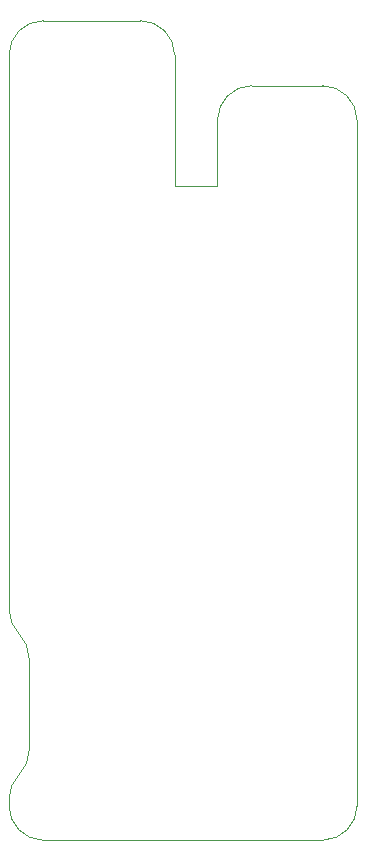
<source format=gbr>
%TF.GenerationSoftware,KiCad,Pcbnew,5.1.12-84ad8e8a86~92~ubuntu18.04.1*%
%TF.CreationDate,2022-01-08T21:29:22-05:00*%
%TF.ProjectId,remote,72656d6f-7465-42e6-9b69-6361645f7063,rev?*%
%TF.SameCoordinates,Original*%
%TF.FileFunction,Profile,NP*%
%FSLAX46Y46*%
G04 Gerber Fmt 4.6, Leading zero omitted, Abs format (unit mm)*
G04 Created by KiCad (PCBNEW 5.1.12-84ad8e8a86~92~ubuntu18.04.1) date 2022-01-08 21:29:22*
%MOMM*%
%LPD*%
G01*
G04 APERTURE LIST*
%TA.AperFunction,Profile*%
%ADD10C,0.050000*%
%TD*%
G04 APERTURE END LIST*
D10*
X21611317Y-153941855D02*
X21610000Y-154518624D01*
X23308683Y-149832641D02*
X23308683Y-142014607D01*
X22460000Y-151887248D02*
G75*
G03*
X21611317Y-153941855I2062693J-2054607D01*
G01*
X22460000Y-151887248D02*
G75*
G03*
X23308683Y-149832641I-2062693J2054607D01*
G01*
X22460000Y-139960000D02*
G75*
G02*
X23308683Y-142014607I-2062693J-2054607D01*
G01*
X22460000Y-139960000D02*
G75*
G02*
X21611317Y-137905393I2062693J2054607D01*
G01*
X39258624Y-96461376D02*
G75*
G02*
X42170000Y-93550000I2911376J0D01*
G01*
X48158624Y-93550000D02*
G75*
G02*
X51070000Y-96461376I0J-2911376D01*
G01*
X42170000Y-93550000D02*
X48158624Y-93550000D01*
X39260000Y-102035000D02*
X39258624Y-96461376D01*
X35631016Y-102035000D02*
X39260000Y-102035000D01*
X24521376Y-157430000D02*
G75*
G02*
X21610000Y-154518624I0J2911376D01*
G01*
X51070000Y-154518624D02*
G75*
G02*
X48158624Y-157430000I-2911376J0D01*
G01*
X24521376Y-157430000D02*
X48158624Y-157430000D01*
X21609680Y-102035000D02*
X21611317Y-137905393D01*
X51070000Y-96461376D02*
X51070000Y-154518624D01*
X35631016Y-102035000D02*
X35630480Y-90950976D01*
X32719104Y-88039600D02*
G75*
G02*
X35630480Y-90950976I0J-2911376D01*
G01*
X21609144Y-90950976D02*
G75*
G02*
X24520520Y-88039600I2911376J0D01*
G01*
X21609144Y-90950976D02*
X21609680Y-102035000D01*
X24520520Y-88039600D02*
X32719104Y-88039600D01*
M02*

</source>
